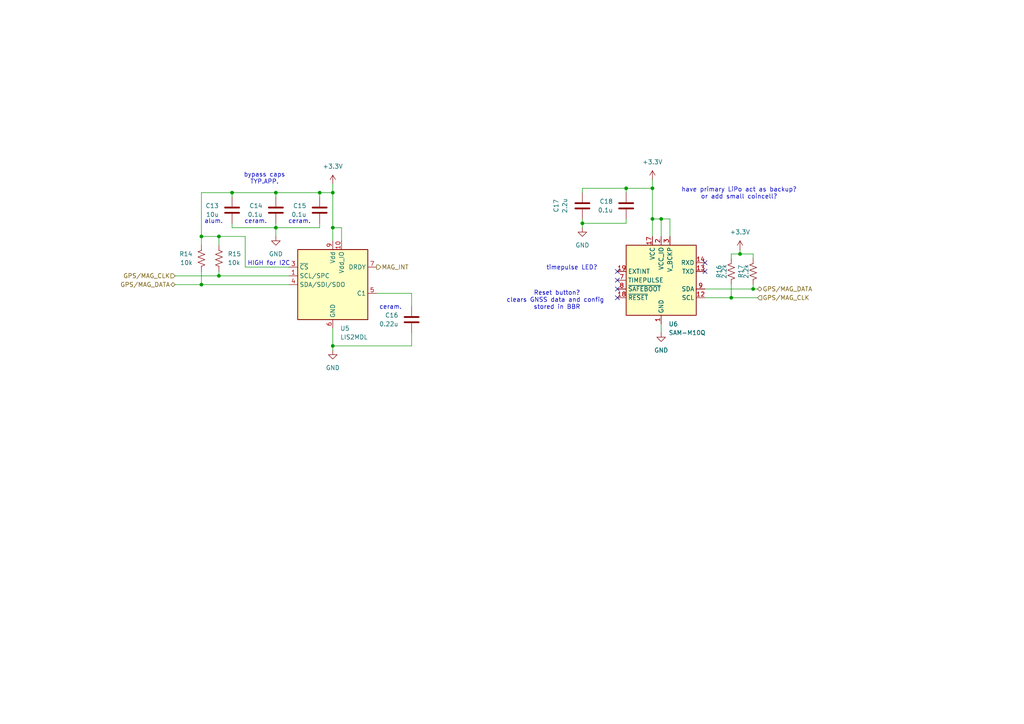
<source format=kicad_sch>
(kicad_sch (version 20250114) (generator "eeschema") (generator_version "9.0")
  (paper "A4")
  (lib_symbols
    (symbol "Device:C" (pin_numbers (hide yes)) (pin_names (offset 0.254))
      (property "Reference" "C" (at 0.635 2.54 0))
      (property "Value" "C" (at 0.635 -2.54 0))
      (symbol "C_0_1"
        (polyline (pts (xy -2.032 0.762) (xy 2.032 0.762)) (stroke (width 0.508)))
        (polyline (pts (xy -2.032 -0.762) (xy 2.032 -0.762)) (stroke (width 0.508)))
      )
      (symbol "C_1_1"
        (pin passive line (at 0 3.81 270) (length 2.794) (name "~") (number "1"))
        (pin passive line (at 0 -3.81 90) (length 2.794) (name "~") (number "2"))
      )
    )
    (symbol "Device:R_US" (pin_numbers (hide yes)) (pin_names (offset 0))
      (property "Reference" "R" (at 2.54 0 90))
      (property "Value" "R_US" (at -2.54 0 90))
      (symbol "R_US_0_1"
        (polyline (pts (xy 0 2.286) (xy 0 2.54)))
        (polyline (pts (xy 0 2.286) (xy 1.016 1.905) (xy 0 1.524) (xy -1.016 1.143) (xy 0 0.762)))
        (polyline (pts (xy 0 0.762) (xy 1.016 0.381) (xy 0 0) (xy -1.016 -0.381) (xy 0 -0.762)))
        (polyline (pts (xy 0 -0.762) (xy 1.016 -1.143) (xy 0 -1.524) (xy -1.016 -1.905) (xy 0 -2.286)))
        (polyline (pts (xy 0 -2.286) (xy 0 -2.54)))
      )
      (symbol "R_US_1_1"
        (pin passive line (at 0 3.81 270) (length 1.27) (name "~") (number "1"))
        (pin passive line (at 0 -3.81 90) (length 1.27) (name "~") (number "2"))
      )
    )
    (symbol "RF_GPS:SAM-M8Q"
      (property "Reference" "U" (at -8.89 11.43 0))
      (property "Value" "SAM-M8Q" (at 8.89 11.43 0))
      (symbol "SAM-M8Q_0_1"
        (rectangle (start -10.16 10.16) (end 10.16 -10.16) (stroke (width 0.254)) (fill (type background)))
      )
      (symbol "SAM-M8Q_1_1"
        (pin input line (at -12.7 2.54 0) (length 2.54) (name "EXTINT") (number "19"))
        (pin output line (at -12.7 0 0) (length 2.54) (name "TIMEPULSE") (number "7"))
        (pin input line (at -12.7 -2.54 0) (length 2.54) (name "~{SAFEBOOT}") (number "8"))
        (pin input line (at -12.7 -5.08 0) (length 2.54) (name "~{RESET}") (number "18"))
        (pin power_in line (at -2.54 12.7 270) (length 2.54) (name "VCC") (number "17"))
        (pin power_in line (at 0 12.7 270) (length 2.54) (name "VCC_IO") (number "2"))
        (pin power_in line (at 0 -12.7 90) (length 2.54) (name "GND") (number "1"))
        (pin passive line (at 0 -12.7 90) (length 2.54) (hide yes) (name "GND") (number "10"))
        (pin passive line (at 0 -12.7 90) (length 2.54) (hide yes) (name "GND") (number "11"))
        (pin passive line (at 0 -12.7 90) (length 2.54) (hide yes) (name "GND") (number "15"))
        (pin passive line (at 0 -12.7 90) (length 2.54) (hide yes) (name "GND") (number "16"))
        (pin passive line (at 0 -12.7 90) (length 2.54) (hide yes) (name "GND") (number "20"))
        (pin passive line (at 0 -12.7 90) (length 2.54) (hide yes) (name "GND") (number "4"))
        (pin passive line (at 0 -12.7 90) (length 2.54) (hide yes) (name "GND") (number "5"))
        (pin passive line (at 0 -12.7 90) (length 2.54) (hide yes) (name "GND") (number "6"))
        (pin power_in line (at 2.54 12.7 270) (length 2.54) (name "V_BCKP") (number "3"))
        (pin input line (at 12.7 5.08 180) (length 2.54) (name "RXD") (number "14"))
        (pin output line (at 12.7 2.54 180) (length 2.54) (name "TXD") (number "13"))
        (pin bidirectional line (at 12.7 -2.54 180) (length 2.54) (name "SDA") (number "9"))
        (pin input line (at 12.7 -5.08 180) (length 2.54) (name "SCL") (number "12"))
      )
    )
    (symbol "Sensor_Magnetic:LIS2MDL"
      (property "Reference" "U" (at -8.89 11.43 0))
      (property "Value" "LIS2MDL" (at 7.62 11.43 0))
      (symbol "LIS2MDL_0_1"
        (rectangle (start -10.16 10.16) (end 10.16 -10.16) (stroke (width 0.254)) (fill (type background)))
      )
      (symbol "LIS2MDL_1_1"
        (pin input line (at -12.7 5.08 0) (length 2.54) (name "~{CS}") (number "3"))
        (pin input line (at -12.7 2.54 0) (length 2.54) (name "SCL/SPC") (number "1"))
        (pin bidirectional line (at -12.7 0 0) (length 2.54) (name "SDA/SDI/SDO") (number "4"))
        (pin no_connect line (at -10.16 -5.08 0) (length 2.54) (hide yes) (name "NC") (number "2"))
        (pin no_connect line (at -10.16 -7.62 0) (length 2.54) (hide yes) (name "NC") (number "11"))
        (pin power_in line (at 0 12.7 270) (length 2.54) (name "Vdd") (number "9"))
        (pin power_in line (at 0 -12.7 90) (length 2.54) (name "GND") (number "6"))
        (pin passive line (at 0 -12.7 90) (length 2.54) (hide yes) (name "GND") (number "8"))
        (pin power_in line (at 2.54 12.7 270) (length 2.54) (name "Vdd_IO") (number "10"))
        (pin no_connect line (at 10.16 -7.62 180) (length 2.54) (hide yes) (name "NC") (number "12"))
        (pin output line (at 12.7 5.08 180) (length 2.54) (name "DRDY") (number "7"))
        (pin power_out line (at 12.7 -2.54 180) (length 2.54) (name "C1") (number "5"))
      )
    )
    (symbol "power:+3.3V" (power) (pin_numbers (hide yes)) (pin_names (offset 0) (hide yes))
      (property "Value" "+3.3V" (at 0 3.556 0))
      (symbol "+3.3V_0_1"
        (polyline (pts (xy -0.762 1.27) (xy 0 2.54)))
        (polyline (pts (xy 0 2.54) (xy 0.762 1.27)))
        (polyline (pts (xy 0 0) (xy 0 2.54)))
      )
      (symbol "+3.3V_1_1"
        (pin power_in line (at 0 0 90) (length 0) (name "~") (number "1"))
      )
    )
    (symbol "power:GND" (power) (pin_numbers (hide yes)) (pin_names (offset 0) (hide yes))
      (property "Value" "GND" (at 0 -3.81 0))
      (symbol "GND_0_1"
        (polyline (pts (xy 0 0) (xy 0 -1.27) (xy 1.27 -1.27) (xy 0 -2.54) (xy -1.27 -1.27) (xy 0 -1.27)))
      )
      (symbol "GND_1_1"
        (pin power_in line (at 0 0 270) (length 0) (name "~") (number "1"))
      )
    )
  )
  (text "Reset button?\nclears GNSS data and config \nstored in BBR" (at 161.544 87.122 0) (effects (font (size 1.27 1.27))))
  (text "ceram." (at 86.868 64.262 0) (effects (font (size 1.27 1.27))))
  (text "ceram." (at 113.284 89.154 0) (effects (font (size 1.27 1.27))))
  (text "have primary LiPo act as backup?\nor add small coincell?\n" (at 214.376 56.134 0) (effects (font (size 1.27 1.27))))
  (text "timepulse LED?" (at 165.862 77.724 0) (effects (font (size 1.27 1.27))))
  (text "HIGH for I2C" (at 77.978 76.454 0) (effects (font (size 1.27 1.27))))
  (text "alum." (at 61.976 64.262 0) (effects (font (size 1.27 1.27))))
  (text "ceram." (at 74.168 64.262 0) (effects (font (size 1.27 1.27))))
  (text "bypass caps\nTYP.APP.\n" (at 76.708 51.816 0) (effects (font (size 1.27 1.27))))
  (junction (at 92.71 55.88))
  (junction (at 63.5 68.58))
  (junction (at 96.52 55.88))
  (junction (at 212.09 86.36))
  (junction (at 58.42 68.58))
  (junction (at 189.23 63.5))
  (junction (at 58.42 82.55))
  (junction (at 96.52 100.33))
  (junction (at 214.63 73.66))
  (junction (at 80.01 55.88))
  (junction (at 63.5 80.01))
  (junction (at 189.23 54.61))
  (junction (at 67.31 55.88))
  (junction (at 191.77 63.5))
  (junction (at 80.01 66.04))
  (junction (at 181.61 54.61))
  (junction (at 218.44 83.82))
  (junction (at 96.52 66.04))
  (junction (at 168.91 64.77))
  (no_connect (at 179.07 78.74))
  (no_connect (at 204.47 76.2))
  (no_connect (at 179.07 81.28))
  (no_connect (at 179.07 83.82))
  (no_connect (at 204.47 78.74))
  (no_connect (at 179.07 86.36))
  (wire (pts (xy 67.31 64.77) (xy 67.31 66.04)))
  (wire (pts (xy 58.42 68.58) (xy 63.5 68.58)))
  (wire (pts (xy 96.52 53.34) (xy 96.52 55.88)))
  (wire (pts (xy 119.38 100.33) (xy 96.52 100.33)))
  (wire (pts (xy 63.5 68.58) (xy 71.12 68.58)))
  (wire (pts (xy 212.09 82.55) (xy 212.09 86.36)))
  (wire (pts (xy 218.44 73.66) (xy 214.63 73.66)))
  (wire (pts (xy 58.42 55.88) (xy 67.31 55.88)))
  (wire (pts (xy 181.61 64.77) (xy 181.61 63.5)))
  (wire (pts (xy 67.31 66.04) (xy 80.01 66.04)))
  (wire (pts (xy 191.77 68.58) (xy 191.77 63.5)))
  (wire (pts (xy 92.71 55.88) (xy 80.01 55.88)))
  (wire (pts (xy 92.71 55.88) (xy 92.71 57.15)))
  (wire (pts (xy 96.52 66.04) (xy 96.52 69.85)))
  (wire (pts (xy 119.38 85.09) (xy 119.38 88.9)))
  (wire (pts (xy 194.31 68.58) (xy 194.31 63.5)))
  (wire (pts (xy 168.91 66.04) (xy 168.91 64.77)))
  (wire (pts (xy 191.77 63.5) (xy 194.31 63.5)))
  (wire (pts (xy 83.82 77.47) (xy 71.12 77.47)))
  (wire (pts (xy 99.06 69.85) (xy 99.06 66.04)))
  (wire (pts (xy 96.52 55.88) (xy 96.52 66.04)))
  (wire (pts (xy 181.61 54.61) (xy 181.61 55.88)))
  (wire (pts (xy 181.61 54.61) (xy 189.23 54.61)))
  (wire (pts (xy 58.42 78.74) (xy 58.42 82.55)))
  (wire (pts (xy 168.91 63.5) (xy 168.91 64.77)))
  (wire (pts (xy 212.09 74.93) (xy 212.09 73.66)))
  (wire (pts (xy 96.52 55.88) (xy 92.71 55.88)))
  (wire (pts (xy 80.01 66.04) (xy 80.01 68.58)))
  (wire (pts (xy 218.44 83.82) (xy 219.71 83.82)))
  (wire (pts (xy 212.09 73.66) (xy 214.63 73.66)))
  (wire (pts (xy 212.09 86.36) (xy 219.71 86.36)))
  (wire (pts (xy 96.52 95.25) (xy 96.52 100.33)))
  (wire (pts (xy 191.77 63.5) (xy 189.23 63.5)))
  (wire (pts (xy 50.8 80.01) (xy 63.5 80.01)))
  (wire (pts (xy 218.44 82.55) (xy 218.44 83.82)))
  (wire (pts (xy 80.01 64.77) (xy 80.01 66.04)))
  (wire (pts (xy 80.01 55.88) (xy 67.31 55.88)))
  (wire (pts (xy 204.47 86.36) (xy 212.09 86.36)))
  (wire (pts (xy 96.52 66.04) (xy 99.06 66.04)))
  (wire (pts (xy 58.42 82.55) (xy 83.82 82.55)))
  (wire (pts (xy 119.38 96.52) (xy 119.38 100.33)))
  (wire (pts (xy 189.23 54.61) (xy 189.23 63.5)))
  (wire (pts (xy 58.42 68.58) (xy 58.42 55.88)))
  (wire (pts (xy 189.23 52.07) (xy 189.23 54.61)))
  (wire (pts (xy 168.91 64.77) (xy 181.61 64.77)))
  (wire (pts (xy 71.12 77.47) (xy 71.12 68.58)))
  (wire (pts (xy 50.8 82.55) (xy 58.42 82.55)))
  (wire (pts (xy 214.63 73.66) (xy 214.63 72.39)))
  (wire (pts (xy 218.44 74.93) (xy 218.44 73.66)))
  (wire (pts (xy 67.31 55.88) (xy 67.31 57.15)))
  (wire (pts (xy 63.5 80.01) (xy 63.5 78.74)))
  (wire (pts (xy 191.77 93.98) (xy 191.77 96.52)))
  (wire (pts (xy 80.01 66.04) (xy 92.71 66.04)))
  (wire (pts (xy 63.5 68.58) (xy 63.5 71.12)))
  (wire (pts (xy 109.22 85.09) (xy 119.38 85.09)))
  (wire (pts (xy 189.23 63.5) (xy 189.23 68.58)))
  (wire (pts (xy 58.42 71.12) (xy 58.42 68.58)))
  (wire (pts (xy 92.71 66.04) (xy 92.71 64.77)))
  (wire (pts (xy 63.5 80.01) (xy 83.82 80.01)))
  (wire (pts (xy 204.47 83.82) (xy 218.44 83.82)))
  (wire (pts (xy 96.52 100.33) (xy 96.52 101.6)))
  (wire (pts (xy 181.61 54.61) (xy 168.91 54.61)))
  (wire (pts (xy 80.01 55.88) (xy 80.01 57.15)))
  (wire (pts (xy 168.91 54.61) (xy 168.91 55.88)))
  (hierarchical_label "MAG_INT" (shape output) (at 109.22 77.47 0))
  (hierarchical_label "GPS{slash}MAG_CLK" (shape input) (at 219.71 86.36 0))
  (hierarchical_label "GPS{slash}MAG_CLK" (shape input) (at 50.8 80.01 180))
  (hierarchical_label "GPS{slash}MAG_DATA" (shape bidirectional) (at 219.71 83.82 0))
  (hierarchical_label "GPS{slash}MAG_DATA" (shape bidirectional) (at 50.8 82.55 180))
  (symbol (lib_id "power:+3.3V") (at 189.23 52.07 0) (unit 1)
    (property "Reference" "#PWR033" (effects (hide yes)))
    (property "Value" "+3.3V" (at 189.23 46.99 0))
    (property "Description" "Power symbol creates a global label with name \"+3.3V\"" (effects (hide yes)))
  )
  (symbol (lib_id "Sensor_Magnetic:LIS2MDL") (at 96.52 82.55 0) (unit 1)
    (property "Reference" "U5" (at 98.6633 95.25 0) (effects (justify left)))
    (property "Value" "LIS2MDL" (at 98.6633 97.79 0) (effects (justify left)))
    (property "Footprint" "Package_LGA:LGA-12_2x2mm_P0.5mm" (effects (hide yes)))
    (property "Datasheet" "https://www.st.com/resource/en/datasheet/lis2mdl.pdf" (effects (hide yes)))
    (property "Description" "Ultra-low-power, 3-axis digital output magnetometer, LGA-12" (effects (hide yes)))
    (property "MPN" "LIS2MDLTR" (effects (hide yes)))
    (property "Manufacturer" "STMicroelectronics" (effects (hide yes)))
    (property "Distributor Link" "https://www.digikey.com/en/products/detail/stmicroelectronics/LIS2MDLTR/7348328?s=N4IgTCBcDaIDIEkDKYCyAROIC6BfIA" (effects (hide yes)))
  )
  (symbol (lib_id "power:+3.3V") (at 214.63 72.39 0) (unit 1)
    (property "Reference" "#PWR035" (effects (hide yes)))
    (property "Value" "+3.3V" (at 214.63 67.31 0))
    (property "Description" "Power symbol creates a global label with name \"+3.3V\"" (effects (hide yes)))
  )
  (symbol (lib_id "Device:C") (at 119.38 92.71 0) (mirror y) (unit 1)
    (property "Reference" "C16" (at 115.57 91.4399 0) (effects (justify left)))
    (property "Value" "0.22u" (at 115.57 93.9799 0) (effects (justify left)))
    (property "Footprint" "Capacitor_SMD:C_0805_2012Metric" (effects (hide yes)))
    (property "Datasheet" "https://www.lcsc.com/datasheet/C113853.pdf" (effects (hide yes)))
    (property "Description" "Unpolarized capacitor" (effects (hide yes)))
    (property "LCSC" "C113853" (effects (hide yes)))
    (property "MPN" "CC0805KRX7R7BB224" (effects (hide yes)))
    (property "Manufacturer" "YAGEO" (effects (hide yes)))
    (property "Distributor Link" "https://www.lcsc.com/product-detail/C113853.html" (effects (hide yes)))
  )
  (symbol (lib_id "Device:R_US") (at 218.44 78.74 0) (mirror x) (unit 1)
    (property "Reference" "R17" (at 214.884 78.74 90))
    (property "Value" "2.2k" (at 216.408 78.74 90))
    (property "Footprint" "Resistor_SMD:R_0805_2012Metric" (effects (hide yes)))
    (property "Datasheet" "https://www.lcsc.com/datasheet/C17520.pdf" (effects (hide yes)))
    (property "Description" "Resistor, US symbol" (effects (hide yes)))
    (property "LCSC" "C17520" (effects (hide yes)))
    (property "MPN" "0805W8F2201T5E" (effects (hide yes)))
    (property "Manufacturer" "UNI-ROYAL" (effects (hide yes)))
    (property "Distributor Link" "https://www.lcsc.com/product-detail/C17520.html" (effects (hide yes)))
  )
  (symbol (lib_id "Device:C") (at 80.01 60.96 0) (mirror y) (unit 1)
    (property "Reference" "C14" (at 76.2 59.6899 0) (effects (justify left)))
    (property "Value" "0.1u" (at 76.2 62.2299 0) (effects (justify left)))
    (property "Footprint" "Capacitor_SMD:C_0805_2012Metric" (effects (hide yes)))
    (property "Datasheet" "https://www.lcsc.com/datasheet/C519980.pdf" (effects (hide yes)))
    (property "Description" "Unpolarized capacitor" (effects (hide yes)))
    (property "LCSC" "C519980" (effects (hide yes)))
    (property "MPN" "CC0805KRX7R7BB104" (effects (hide yes)))
    (property "Manufacturer" "YAGEO" (effects (hide yes)))
    (property "Distributor Link" "https://www.lcsc.com/product-detail/C519980.html" (effects (hide yes)))
  )
  (symbol (lib_id "power:GND") (at 96.52 101.6 0) (unit 1)
    (property "Reference" "#PWR031" (effects (hide yes)))
    (property "Value" "GND" (at 96.52 106.68 0))
    (property "Description" "Power symbol creates a global label with name \"GND\" , ground" (effects (hide yes)))
  )
  (symbol (lib_id "power:GND") (at 168.91 66.04 0) (unit 1)
    (property "Reference" "#PWR032" (effects (hide yes)))
    (property "Value" "GND" (at 168.91 71.12 0))
    (property "Description" "Power symbol creates a global label with name \"GND\" , ground" (effects (hide yes)))
  )
  (symbol (lib_id "Device:C") (at 168.91 59.69 0) (unit 1)
    (property "Reference" "C17" (at 161.29 59.69 90))
    (property "Value" "2.2u" (at 163.83 59.69 90))
    (property "Footprint" "Capacitor_SMD:C_0805_2012Metric" (effects (hide yes)))
    (property "Datasheet" "https://www.lcsc.com/datasheet/C28234.pdf" (effects (hide yes)))
    (property "Description" "Unpolarized capacitor" (effects (hide yes)))
    (property "LCSC" "C28234" (effects (hide yes)))
    (property "MPN" "CL21B225KOFNNNE" (effects (hide yes)))
    (property "Manufacturer" "Samsung Electro-Mechanics" (effects (hide yes)))
    (property "Distributor Link" "https://www.lcsc.com/product-detail/C28234.html" (effects (hide yes)))
  )
  (symbol (lib_id "power:GND") (at 191.77 96.52 0) (unit 1)
    (property "Reference" "#PWR034" (effects (hide yes)))
    (property "Value" "GND" (at 191.77 101.6 0))
    (property "Description" "Power symbol creates a global label with name \"GND\" , ground" (effects (hide yes)))
  )
  (symbol (lib_id "Device:R_US") (at 212.09 78.74 0) (mirror x) (unit 1)
    (property "Reference" "R16" (at 208.534 78.74 90))
    (property "Value" "2.2k" (at 210.058 78.74 90))
    (property "Footprint" "Resistor_SMD:R_0805_2012Metric" (effects (hide yes)))
    (property "Datasheet" "https://www.lcsc.com/datasheet/C17520.pdf" (effects (hide yes)))
    (property "Description" "Resistor, US symbol" (effects (hide yes)))
    (property "LCSC" "C17520" (effects (hide yes)))
    (property "MPN" "0805W8F2201T5E" (effects (hide yes)))
    (property "Manufacturer" "UNI-ROYAL" (effects (hide yes)))
    (property "Distributor Link" "https://www.lcsc.com/product-detail/C17520.html" (effects (hide yes)))
  )
  (symbol (lib_id "Device:R_US") (at 58.42 74.93 0) (mirror x) (unit 1)
    (property "Reference" "R14" (at 55.88 73.6599 0) (effects (justify right)))
    (property "Value" "10k" (at 55.88 76.1999 0) (effects (justify right)))
    (property "Footprint" "Resistor_SMD:R_0805_2012Metric" (effects (hide yes)))
    (property "Datasheet" "https://www.lcsc.com/datasheet/C17414.pdf" (effects (hide yes)))
    (property "Description" "Resistor, US symbol" (effects (hide yes)))
    (property "LCSC" "C17414" (effects (hide yes)))
    (property "MPN" "0805W8F1002T5E" (effects (hide yes)))
    (property "Manufacturer" "UNI-ROYAL" (effects (hide yes)))
    (property "Distributor Link" "https://www.lcsc.com/product-detail/C17414.html" (effects (hide yes)))
  )
  (symbol (lib_id "RF_GPS:SAM-M8Q") (at 191.77 81.28 0) (unit 1)
    (property "Reference" "U6" (at 193.9133 93.98 0) (effects (justify left)))
    (property "Value" "SAM-M10Q" (at 193.9133 96.52 0) (effects (justify left)))
    (property "Footprint" "RF_GPS:ublox_SAM-M8Q" (effects (hide yes)))
    (property "Datasheet" "https://www.u-blox.com/sites/default/files/SAM-M8Q_DataSheet_%28UBX-16012619%29.pdf" (effects (hide yes)))
    (property "Description" "GPS ublox M8 variant" (effects (hide yes)))
    (property "MPN" "SAM-M10Q-00B" (effects (hide yes)))
    (property "Manufacturer" "u-blox" (effects (hide yes)))
    (property "Distributor Link" "https://www.digikey.com/en/products/detail/u-blox/SAM-M10Q-00B/16672678?s=N4IgTCBcDaIM4EMC2BaJBGADARxAXQF8g" (effects (hide yes)))
  )
  (symbol (lib_id "power:GND") (at 80.01 68.58 0) (unit 1)
    (property "Reference" "#PWR029" (effects (hide yes)))
    (property "Value" "GND" (at 80.01 73.66 0))
    (property "Description" "Power symbol creates a global label with name \"GND\" , ground" (effects (hide yes)))
  )
  (symbol (lib_id "Device:C") (at 181.61 59.69 0) (mirror y) (unit 1)
    (property "Reference" "C18" (at 177.8 58.4199 0) (effects (justify left)))
    (property "Value" "0.1u" (at 177.8 60.9599 0) (effects (justify left)))
    (property "Footprint" "Capacitor_SMD:C_0805_2012Metric" (effects (hide yes)))
    (property "Datasheet" "https://www.lcsc.com/datasheet/C519980.pdf" (effects (hide yes)))
    (property "Description" "Unpolarized capacitor" (effects (hide yes)))
    (property "LCSC" "C519980" (effects (hide yes)))
    (property "MPN" "CC0805KRX7R7BB104" (effects (hide yes)))
    (property "Manufacturer" "YAGEO" (effects (hide yes)))
    (property "Distributor Link" "https://www.lcsc.com/product-detail/C519980.html" (effects (hide yes)))
  )
  (symbol (lib_id "Device:R_US") (at 63.5 74.93 180) (unit 1)
    (property "Reference" "R15" (at 66.04 73.6599 0) (effects (justify right)))
    (property "Value" "10k" (at 66.04 76.1999 0) (effects (justify right)))
    (property "Footprint" "Resistor_SMD:R_0805_2012Metric" (effects (hide yes)))
    (property "Datasheet" "https://www.lcsc.com/datasheet/C17414.pdf" (effects (hide yes)))
    (property "Description" "Resistor, US symbol" (effects (hide yes)))
    (property "LCSC" "C17414" (effects (hide yes)))
    (property "MPN" "0805W8F1002T5E" (effects (hide yes)))
    (property "Manufacturer" "UNI-ROYAL" (effects (hide yes)))
    (property "Distributor Link" "https://www.lcsc.com/product-detail/C17414.html" (effects (hide yes)))
  )
  (symbol (lib_id "Device:C") (at 92.71 60.96 0) (mirror y) (unit 1)
    (property "Reference" "C15" (at 88.9 59.6899 0) (effects (justify left)))
    (property "Value" "0.1u" (at 88.9 62.2299 0) (effects (justify left)))
    (property "Footprint" "Capacitor_SMD:C_0805_2012Metric" (effects (hide yes)))
    (property "Datasheet" "https://www.lcsc.com/datasheet/C519980.pdf" (effects (hide yes)))
    (property "Description" "Unpolarized capacitor" (effects (hide yes)))
    (property "LCSC" "C519980" (effects (hide yes)))
    (property "MPN" "CC0805KRX7R7BB104" (effects (hide yes)))
    (property "Manufacturer" "YAGEO" (effects (hide yes)))
    (property "Distributor Link" "https://www.lcsc.com/product-detail/C519980.html" (effects (hide yes)))
  )
  (symbol (lib_id "power:+3.3V") (at 96.52 53.34 0) (unit 1)
    (property "Reference" "#PWR030" (effects (hide yes)))
    (property "Value" "+3.3V" (at 96.52 48.26 0))
    (property "Description" "Power symbol creates a global label with name \"+3.3V\"" (effects (hide yes)))
  )
  (symbol (lib_id "Device:C") (at 67.31 60.96 0) (mirror y) (unit 1)
    (property "Reference" "C13" (at 63.5 59.6899 0) (effects (justify left)))
    (property "Value" "10u" (at 63.5 62.2299 0) (effects (justify left)))
    (property "Footprint" "Capacitor_SMD:C_0805_2012Metric" (effects (hide yes)))
    (property "Datasheet" "https://www.lcsc.com/datasheet/C95841.pdf" (effects (hide yes)))
    (property "Description" "Unpolarized capacitor" (effects (hide yes)))
    (property "LCSC" "C95841" (effects (hide yes)))
    (property "MPN" "CL21B106KOQNNNE" (effects (hide yes)))
    (property "Manufacturer" "Samsung Electro-Mechanics" (effects (hide yes)))
    (property "Distributor Link" "https://www.lcsc.com/product-detail/C95841.html" (effects (hide yes)))
  )
)
</source>
